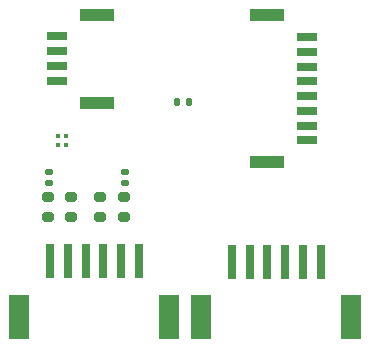
<source format=gbr>
%TF.GenerationSoftware,KiCad,Pcbnew,8.0.6-8.0.6-0~ubuntu22.04.1*%
%TF.CreationDate,2024-12-18T20:08:20+01:00*%
%TF.ProjectId,Xplore ERC IMU HAT,58706c6f-7265-4204-9552-4320494d5520,rev?*%
%TF.SameCoordinates,Original*%
%TF.FileFunction,Paste,Top*%
%TF.FilePolarity,Positive*%
%FSLAX46Y46*%
G04 Gerber Fmt 4.6, Leading zero omitted, Abs format (unit mm)*
G04 Created by KiCad (PCBNEW 8.0.6-8.0.6-0~ubuntu22.04.1) date 2024-12-18 20:08:20*
%MOMM*%
%LPD*%
G01*
G04 APERTURE LIST*
G04 Aperture macros list*
%AMRoundRect*
0 Rectangle with rounded corners*
0 $1 Rounding radius*
0 $2 $3 $4 $5 $6 $7 $8 $9 X,Y pos of 4 corners*
0 Add a 4 corners polygon primitive as box body*
4,1,4,$2,$3,$4,$5,$6,$7,$8,$9,$2,$3,0*
0 Add four circle primitives for the rounded corners*
1,1,$1+$1,$2,$3*
1,1,$1+$1,$4,$5*
1,1,$1+$1,$6,$7*
1,1,$1+$1,$8,$9*
0 Add four rect primitives between the rounded corners*
20,1,$1+$1,$2,$3,$4,$5,0*
20,1,$1+$1,$4,$5,$6,$7,0*
20,1,$1+$1,$6,$7,$8,$9,0*
20,1,$1+$1,$8,$9,$2,$3,0*%
G04 Aperture macros list end*
%ADD10RoundRect,0.200000X0.275000X-0.200000X0.275000X0.200000X-0.275000X0.200000X-0.275000X-0.200000X0*%
%ADD11RoundRect,0.079500X-0.079500X-0.100500X0.079500X-0.100500X0.079500X0.100500X-0.079500X0.100500X0*%
%ADD12RoundRect,0.200000X-0.275000X0.200000X-0.275000X-0.200000X0.275000X-0.200000X0.275000X0.200000X0*%
%ADD13R,1.752600X0.660400*%
%ADD14R,2.895600X1.092200*%
%ADD15RoundRect,0.140000X0.170000X-0.140000X0.170000X0.140000X-0.170000X0.140000X-0.170000X-0.140000X0*%
%ADD16R,0.800000X2.899999*%
%ADD17R,1.800000X3.800000*%
%ADD18RoundRect,0.135000X-0.135000X-0.185000X0.135000X-0.185000X0.135000X0.185000X-0.135000X0.185000X0*%
%ADD19R,1.701800X0.660400*%
G04 APERTURE END LIST*
D10*
%TO.C,R1*%
X138550000Y-81675000D03*
X138550000Y-80025000D03*
%TD*%
D11*
%TO.C,R6*%
X134988860Y-75650000D03*
X135678860Y-75650000D03*
%TD*%
D12*
%TO.C,R7*%
X134100000Y-80025000D03*
X134100000Y-81675000D03*
%TD*%
D10*
%TO.C,R3*%
X140550000Y-81675000D03*
X140550000Y-80025000D03*
%TD*%
D13*
%TO.C,J1*%
X156026500Y-75225000D03*
X156026500Y-73975000D03*
X156026500Y-72725000D03*
X156026500Y-71475000D03*
X156026500Y-70225000D03*
X156026500Y-68975000D03*
X156026500Y-67725000D03*
X156026500Y-66475000D03*
D14*
X152676499Y-64624998D03*
X152676499Y-77075002D03*
%TD*%
D11*
%TO.C,R5*%
X134978150Y-74850000D03*
X135668150Y-74850000D03*
%TD*%
D15*
%TO.C,C4*%
X134200000Y-78830000D03*
X134200000Y-77870000D03*
%TD*%
D16*
%TO.C,J2*%
X157204000Y-85500001D03*
X155704001Y-85500001D03*
X154204001Y-85500001D03*
X152703999Y-85500001D03*
X151204000Y-85500001D03*
X149704000Y-85500001D03*
D17*
X147104005Y-90200002D03*
X159803995Y-90200002D03*
%TD*%
D16*
%TO.C,J5*%
X134304000Y-85450001D03*
X135804000Y-85450001D03*
X137303999Y-85450001D03*
X138804001Y-85450001D03*
X140304001Y-85450001D03*
X141804000Y-85450001D03*
D17*
X131704005Y-90150002D03*
X144403995Y-90150002D03*
%TD*%
D12*
%TO.C,R4*%
X136100000Y-80025000D03*
X136100000Y-81675000D03*
%TD*%
D18*
%TO.C,R2*%
X145000000Y-72000000D03*
X146020000Y-72000000D03*
%TD*%
D19*
%TO.C,J3*%
X134923500Y-66425000D03*
X134923500Y-67675000D03*
X134923500Y-68925000D03*
X134923500Y-70175000D03*
D14*
X138273501Y-72024999D03*
X138273501Y-64575001D03*
%TD*%
D15*
%TO.C,C3*%
X140650000Y-78830000D03*
X140650000Y-77870000D03*
%TD*%
M02*

</source>
